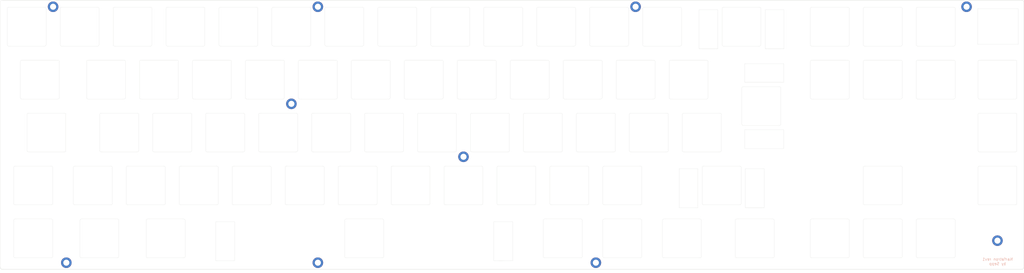
<source format=kicad_pcb>
(kicad_pcb (version 20221018) (generator pcbnew)
  (layers (0 "F.Cu" signal) (31 "B.Cu" signal) (34 "B.Paste" user) (35 "F.Paste" user) (36 "B.SilkS" user "B.Silkscreen") (37 "F.SilkS" user "F.Silkscreen") (38 "B.Mask" user) (39 "F.Mask" user) (44 "Edge.Cuts" user))
  (net 0 "")
  (footprint "MountingHole:MountingHole_2.2mm_M2_DIN965_Pad" (layer "F.Cu") (at 152.4 211.93125))
  (footprint "MountingHole:MountingHole_2.2mm_M2_DIN965_Pad" (layer "F.Cu") (at 342.9 211.93125))
  (footprint "MountingHole:MountingHole_2.2mm_M2_DIN965_Pad" (layer "F.Cu") (at 242.8875 119.85625))
  (footprint "MountingHole:MountingHole_2.2mm_M2_DIN965_Pad" (layer "F.Cu") (at 476.25 119.85625))
  (footprint "MountingHole:MountingHole_2.2mm_M2_DIN965_Pad" (layer "F.Cu") (at 242.8875 211.93125))
  (footprint "MountingHole:MountingHole_2.2mm_M2_DIN965_Pad" (layer "F.Cu") (at 487.3625 203.99375))
  (footprint "MountingHole:MountingHole_2.2mm_M2_DIN965_Pad" (layer "F.Cu") (at 295.275 173.83125))
  (footprint "MountingHole:MountingHole_2.2mm_M2_DIN965_Pad" (layer "F.Cu") (at 233.3625 154.78125))
  (footprint "MountingHole:MountingHole_2.2mm_M2_DIN965_Pad" (layer "F.Cu") (at 357.1875 119.85625))
  (footprint "MountingHole:MountingHole_2.2mm_M2_DIN965_Pad" (layer "F.Cu") (at 147.6375 119.85625))
  (footprint "bottom:cutout" (layer "B.Cu") (at 209.55 165.1 180))
  (footprint "bottom:cutout" (layer "B.Cu") (at 487.3625 165.1 180))
  (footprint "bottom:cutout" (layer "B.Cu") (at 446.0875 146.05 180))
  (footprint "bottom:cutout" (layer "B.Cu") (at 140.49375 203.2 180))
  (footprint "bottom:cutout" (layer "B.Cu") (at 145.25625 165.1 180))
  (footprint "bottom:cutout" (layer "B.Cu") (at 487.3625 184.15 180))
  (footprint "bottom:cutout" (layer "B.Cu") (at 446.0875 184.15 180))
  (footprint "bottom:cutout" (layer "B.Cu") (at 271.4625 127 180))
  (footprint "bottom:cutout" (layer "B.Cu") (at 190.5 165.1 180))
  (footprint "bottom:cutout" (layer "B.Cu") (at 395.2875 127 180))
  (footprint "bottom:cutout" (layer "B.Cu") (at 195.2625 127 180))
  (footprint "bottom:cutout" (layer "B.Cu") (at 171.45 165.1 180))
  (footprint "bottom:cutout" (layer "B.Cu") (at 333.375 184.15 180))
  (footprint "bottom:cutout" (layer "B.Cu") (at 314.325 184.15 180))
  (footprint "bottom:cutout" (layer "B.Cu") (at 366.7125 127 180))
  (footprint "bottom:cutout" (layer "B.Cu") (at 330.99375 203.2 180))
  (footprint "bottom:cutout" (layer "B.Cu") (at 352.425 203.2 180))
  (footprint "bottom:cutout" (layer "B.Cu") (at 357.1875 146.05 180))
  (footprint "bottom:cutout" (layer "B.Cu") (at 223.8375 146.05 180))
  (footprint "bottom:cutout" (layer "B.Cu") (at 238.125 184.15 180))
  (footprint "bottom:cutout" (layer "B.Cu") (at 487.3625 146.05 180))
  (footprint "bottom:cutout" (layer "B.Cu") (at 200.025 184.15 180))
  (footprint "bottom:cutout" (layer "B.Cu") (at 185.7375 146.05 180))
  (footprint "bottom:cutout" (layer "B.Cu") (at 261.9375 146.05 180))
  (footprint "bottom:cutout" (layer "B.Cu") (at 465.1375 146.05 180))
  (footprint "bottom:cutout" (layer "B.Cu") (at 259.55625 203.2 180))
  (footprint "bottom:cutout" (layer "B.Cu") (at 290.5125 127 180))
  (footprint "bottom:cutout" (layer "B.Cu") (at 138.1125 127 180))
  (footprint "bottom:cutout" (layer "B.Cu") (at 388.14375 184.15 180))
  (footprint "bottom:cutout" (layer "B.Cu") (at 180.975 184.15 180))
  (footprint "bottom:cutout" (layer "B.Cu") (at 204.7875 146.05 180))
  (footprint "bottom:cutout" (layer "B.Cu") (at 446.0875 127 180))
  (footprint "bottom:cutout" (layer "B.Cu") (at 402.43125 155.575 180))
  (footprint "bottom:cutout" (layer "B.Cu") (at 233.3625 127 180))
  (footprint "bottom:cutout" (layer "B.Cu") (at 300.0375 146.05 180))
  (footprint "bottom:cutout" (layer "B.Cu") (at 427.0375 203.2 180))
  (footprint "bottom:cutout" (layer "B.Cu") (at 142.875 146.05 180))
  (footprint "bottom:cutout" (layer "B.Cu") (at 319.0875 146.05 180))
  (footprint "bottom:cutout" (layer "B.Cu") (at 373.85625 203.2 180))
  (footprint "bottom:cutout" (layer "B.Cu") (at 164.30625 203.2 180))
  (footprint "bottom:cutout" (layer "B.Cu") (at 309.5625 127 180))
  (footprint "bottom:cutout" (layer "B.Cu") (at 352.425 184.15 180))
  (footprint "bottom:cutout" (layer "B.Cu") (at 161.925 184.15 180))
  (footprint "bottom:cutout" (layer "B.Cu") (at 247.65 165.1 180))
  (footprint "bottom:cutout" (layer "B.Cu") (at 295.275 184.15 180))
  (footprint "bottom:cutout" (layer "B.Cu") (at 219.075 184.15 180))
  (footprint "bottom:cutout" (layer "B.Cu") (at 140.49375 184.15 180))
  (footprint "bottom:cutout" (layer "B.Cu") (at 328.6125 127 180))
  (footprint "bottom:cutout" (layer "B.Cu") (at 376.2375 146.05 180))
  (footprint "bottom:cutout" (layer "B.Cu") (at 252.4125 127 180))
  (footprint "bottom:cutout" (layer "B.Cu") (at 266.7 165.1 180))
  (footprint "bottom:cutout" (layer "B.Cu") (at 166.6875 146.05 180))
  (footprint "bottom:cutout" (layer "B.Cu") (at 400.05 203.2 180))
  (footprint "bottom:cutout" (layer "B.Cu") (at 257.175 184.15 180))
  (footprint "bottom:cutout" (layer "B.Cu") (at 347.6625 127 180))
  (footprint "bottom:cutout" (layer "B.Cu") (at 446.0875 203.2 180))
  (footprint "bottom:cutout" (layer "B.Cu") (at 228.6 165.1 180))
  (footprint "bottom:cutout" (layer "B.Cu") (at 342.9 165.1 180))
  (footprint "bottom:cutout" (layer "B.Cu") (at 323.85 165.1 180))
  (footprint "bottom:cutout" (layer "B.Cu") (at 427.0375 146.05 180))
  (footprint "bottom:cutout" (layer "B.Cu") (at 157.1625 127 180))
  (footprint "bottom:cutout" (layer "B.Cu") (at 427.0375 127 180))
  (footprint "bottom:cutout" (layer "B.Cu") (at 242.8875 146.05 180))
  (footprint "bottom:cutout" (layer "B.Cu") (at 304.8 165.1 180))
  (footprint "bottom:cutout" (layer "B.Cu") (at 214.3125 127 180))
  (footprint "bottom:cutout" (layer "B.Cu") (at 338.1375 146.05 180))
  (footprint "bottom:cutout" (layer "B.Cu") (at 381 165.1 180))
  (footprint "bottom:cutout" (layer "B.Cu") (at 176.2125 127 180))
  (footprint "bottom:cutout" (layer "B.Cu") (at 188.11875 203.2 180))
  (footprint "bottom:cutout" (layer "B.Cu") (at 280.9875 146.05 180))
  (footprint "bottom:cutout" (layer "B.Cu") (at 361.95 165.1 180))
  (footprint "bottom:cutout" (layer "B.Cu") (at 285.75 165.1 180))
  (footprint "bottom:cutout" (layer "B.Cu") (at 276.225 184.15 180))
  (footprint "bottom:cutout" (layer "B.Cu") (at 465.1375 203.2 180))
  (footprint "bottom:cutout" (layer "B.Cu") (at 465.1375 127 180))
  (gr_line (start 379.62 192.16) (end 379.62 178.15) (stroke (width 0.05)) (layer "Edge.Cuts"))
  (gr_arc (start 496.8875 213.51875) (mid 496.65503 214.080036) (end 496.09375 214.3125) (stroke (width 0.1)) (layer "Edge.Cuts"))
  (gr_line (start 206.17 197.71) (end 206.17 211.21) (stroke (width 0.05)) (layer "Edge.Cuts"))
  (gr_line (start 212.92 211.21) (end 212.93 197.2) (stroke (width 0.05)) (layer "Edge.Cuts"))
  (gr_line (start 380 120.99) (end 380 121.48) (stroke (width 0.05)) (layer "Edge.Cuts"))
  (gr_arc (start 129.38125 214.3125) (mid 128.819984 214.080016) (end 128.5875 213.51875) (stroke (width 0.1)) (layer "Edge.Cuts"))
  (gr_line (start 410.57 135.01) (end 410.57 121) (stroke (width 0.05)) (layer "Edge.Cuts"))
  (gr_line (start 379.62 178.15) (end 372.87 178.15) (stroke (width 0.05)) (layer "Edge.Cuts"))
  (gr_rect (start 480.22 120.57) (end 494.81 133.41) (stroke (width 0.05)) (fill none) (layer "Edge.Cuts"))
  (gr_line (start 312.96 197.19) (end 306.19 197.19) (stroke (width 0.05)) (layer "Edge.Cuts"))
  (gr_line (start 386.76 120.99) (end 380 120.99) (stroke (width 0.05)) (layer "Edge.Cuts"))
  (gr_line (start 410.57 121) (end 403.81 121) (stroke (width 0.05)) (layer "Edge.Cuts"))
  (gr_line (start 396.68 192.15) (end 403.43 192.15) (stroke (width 0.05)) (layer "Edge.Cuts"))
  (gr_line (start 396.43 147.05) (end 410.43 147.05) (stroke (width 0.05)) (layer "Edge.Cuts"))
  (gr_line (start 306.19 211.2) (end 312.94 211.21) (stroke (width 0.05)) (layer "Edge.Cuts"))
  (gr_line (start 128.5875 118.26875) (end 128.5875 213.51875) (stroke (width 0.05)) (layer "Edge.Cuts"))
  (gr_line (start 372.86 192.16) (end 379.62 192.16) (stroke (width 0.05)) (layer "Edge.Cuts"))
  (gr_arc (start 128.5875 118.26875) (mid 128.819984 117.707484) (end 129.38125 117.475) (stroke (width 0.05)) (layer "Edge.Cuts"))
  (gr_line (start 496.09375 214.3125) (end 129.38125 214.3125) (stroke (width 0.1)) (layer "Edge.Cuts"))
  (gr_line (start 403.43 192.15) (end 403.43 178.15) (stroke (width 0.05)) (layer "Edge.Cuts"))
  (gr_line (start 212.93 197.2) (end 206.17 197.2) (stroke (width 0.05)) (layer "Edge.Cuts"))
  (gr_line (start 206.17 197.2) (end 206.17 197.71) (stroke (width 0.05)) (layer "Edge.Cuts"))
  (gr_line (start 403.81 135.01) (end 410.57 135.01) (stroke (width 0.05)) (layer "Edge.Cuts"))
  (gr_line (start 306.19 197.19) (end 306.19 211.2) (stroke (width 0.05)) (layer "Edge.Cuts"))
  (gr_line (start 380 121.48) (end 380 135) (stroke (width 0.05)) (layer "Edge.Cuts"))
  (gr_rect (start 396.44 164.11) (end 410.44 170.86) (stroke (width 0.05)) (fill none) (layer "Edge.Cuts"))
  (gr_line (start 496.8875 118.26875) (end 496.8875 213.51875) (stroke (width 0.1)) (layer "Edge.Cuts"))
  (gr_line (start 410.43 147.05) (end 410.43 140.29) (stroke (width 0.05)) (layer "Edge.Cuts"))
  (gr_line (start 372.87 178.15) (end 372.86 192.16) (stroke (width 0.05)) (layer "Edge.Cuts"))
  (gr_line (start 403.81 121) (end 403.81 121.49) (stroke (width 0.05)) (layer "Edge.Cuts"))
  (gr_line (start 312.94 211.21) (end 312.96 197.19) (stroke (width 0.05)) (layer "Edge.Cuts"))
  (gr_line (start 396.43 140.29) (end 396.43 147.05) (stroke (width 0.05)) (layer "Edge.Cuts"))
  (gr_line (start 403.43 178.15) (end 396.67 178.15) (stroke (width 0.05)) (layer "Edge.Cuts"))
  (gr_line (start 386.76 135) (end 386.76 120.99) (stroke (width 0.05)) (layer "Edge.Cuts"))
  (gr_line (start 403.81 121.49) (end 403.81 135.01) (stroke (width 0.05)) (layer "Edge.Cuts"))
  (gr_line (start 129.38125 117.475) (end 496.09375 117.475) (stroke (width 0.1)) (layer "Edge.Cuts"))
  (gr_line (start 380 135) (end 386.76 135) (stroke (width 0.05)) (layer "Edge.Cuts"))
  (gr_arc (start 496.09375 117.475) (mid 496.655049 117.707472) (end 496.8875 118.26875) (stroke (width 0.1)) (layer "Edge.Cuts"))
  (gr_line (start 206.17 211.21) (end 212.92 211.21) (stroke (width 0.05)) (layer "Edge.Cuts"))
  (gr_line (start 396.67 178.15) (end 396.68 192.15) (stroke (width 0.05)) (layer "Edge.Cuts"))
  (gr_line (start 410.43 140.29) (end 396.43 140.29) (stroke (width 0.05)) (layer "Edge.Cuts"))
  (gr_text "Narfatron rev1\nby Sepp" (at 487.42 211.49) (layer "B.SilkS") (effects (font (size 1 1) (thickness 0.125)) (justify mirror)))
)
</source>
